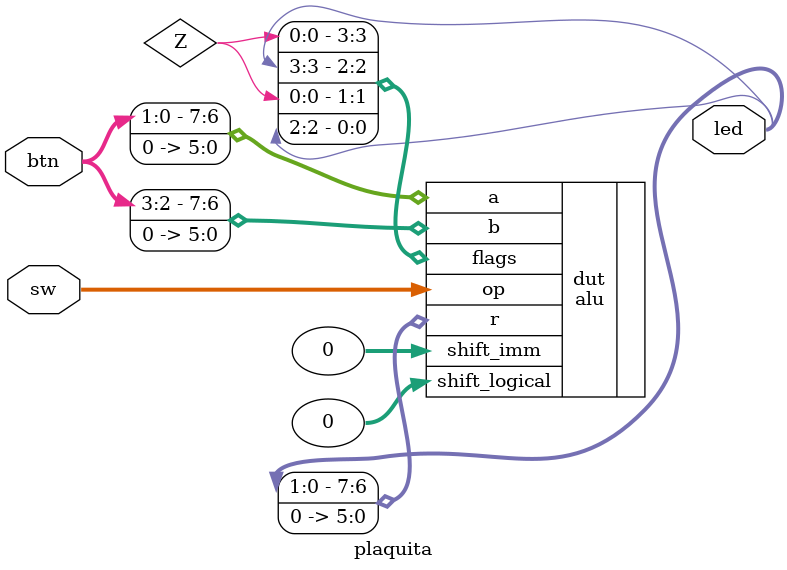
<source format=v>
`timescale 1ns / 1ps


module plaquita(
    input [3:0] sw,
    input [3:0] btn,
    output [3:0] led
    );
    alu dut(
        .op(sw), 
        .a({btn[1:0], 6'b0}), 
        .b({btn[3:2], 6'b0}), 
        .r({led[1:0], 6'b0}),
        .shift_logical(0),
        .shift_imm(0),
        .flags({Z, led[3], Z, led[2]})
    );
    
endmodule

</source>
